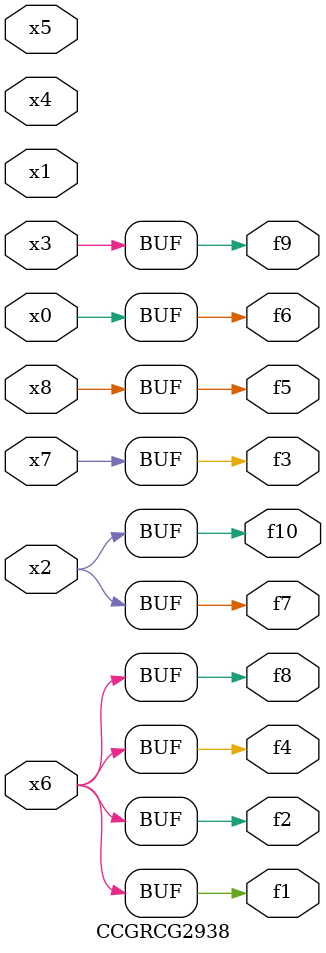
<source format=v>
module CCGRCG2938(
	input x0, x1, x2, x3, x4, x5, x6, x7, x8,
	output f1, f2, f3, f4, f5, f6, f7, f8, f9, f10
);
	assign f1 = x6;
	assign f2 = x6;
	assign f3 = x7;
	assign f4 = x6;
	assign f5 = x8;
	assign f6 = x0;
	assign f7 = x2;
	assign f8 = x6;
	assign f9 = x3;
	assign f10 = x2;
endmodule

</source>
